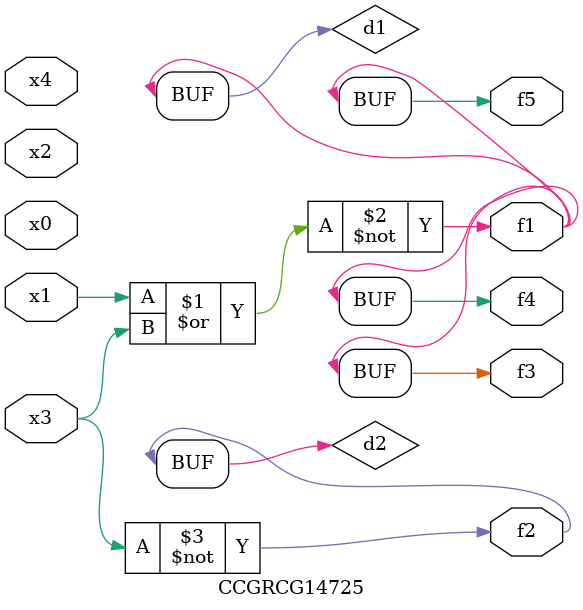
<source format=v>
module CCGRCG14725(
	input x0, x1, x2, x3, x4,
	output f1, f2, f3, f4, f5
);

	wire d1, d2;

	nor (d1, x1, x3);
	not (d2, x3);
	assign f1 = d1;
	assign f2 = d2;
	assign f3 = d1;
	assign f4 = d1;
	assign f5 = d1;
endmodule

</source>
